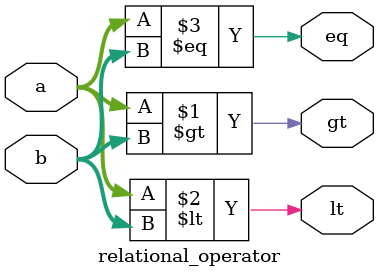
<source format=v>
module relational_operator(
input [3:0] a,b, 
output gt, lt, eq);
assign gt = (a > b);
assign lt = (a < b);
assign eq = (a == b);
endmodule


/*OUTPUT
meenakshi@meenakshi-Inspiron-3501:~/verilog/relational_operator$ vvp relational_operator.out
VCD info: dumpfile relational_operator.vcd opened for output.
                   0 a= 5 b= 3 | gt=1 lt=0 eq=0
relational_operator_tb.v:17: $finish called at 10 (1s)
*/

</source>
